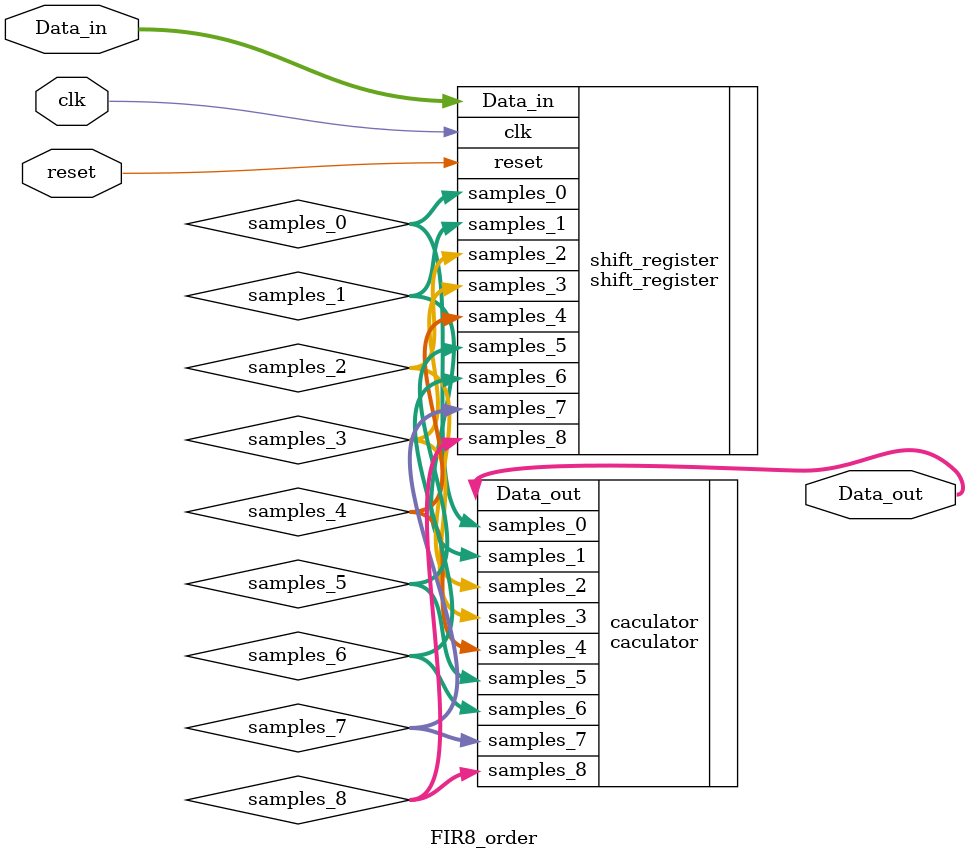
<source format=v>
module FIR8_order
(input wire [3:0] Data_in,
 input wire clk,
 input wire reset,
 output wire [9:0] Data_out
);
// The following signals are the outputs of shift_register module, meanwhile,
// the inputs of caculator module (so the following signals are the
// intermediate varibales of the top FIR8_order module)
wire [3:0] samples_0;
wire [3:0] samples_1;
wire [3:0] samples_2;
wire [3:0] samples_3;
wire [3:0] samples_4;
wire [3:0] samples_5;
wire [3:0] samples_6;
wire [3:0] samples_7;
wire [3:0] samples_8;

shift_register shift_register
(.Data_in(Data_in),
 .clk(clk),
 .reset(reset),
 .samples_0(samples_0),
 .samples_1(samples_1),
 .samples_2(samples_2),
 .samples_3(samples_3),
 .samples_4(samples_4),
 .samples_5(samples_5),
 .samples_6(samples_6),
 .samples_7(samples_7),
 .samples_8(samples_8)
);

        
caculator caculator
(.samples_0(samples_0),
 .samples_1(samples_1),
 .samples_2(samples_2),
 .samples_3(samples_3),
 .samples_4(samples_4),
 .samples_5(samples_5),
 .samples_6(samples_6),
 .samples_7(samples_7),
 .samples_8(samples_8),
 .Data_out(Data_out)
 );











endmodule

</source>
